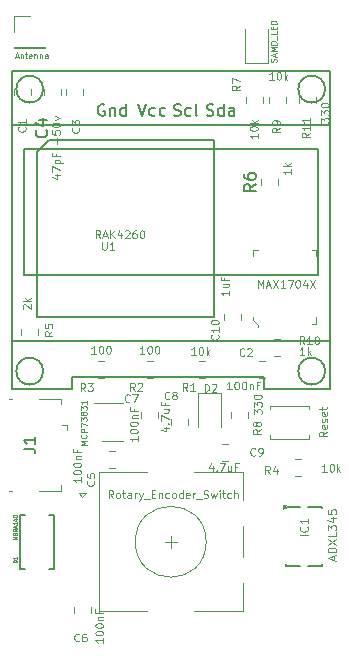
<source format=gbr>
G04 #@! TF.GenerationSoftware,KiCad,Pcbnew,(5.0.1)-4*
G04 #@! TF.CreationDate,2019-11-10T23:47:17+01:00*
G04 #@! TF.ProjectId,rak4260,72616B343236302E6B696361645F7063,0.3*
G04 #@! TF.SameCoordinates,Original*
G04 #@! TF.FileFunction,Legend,Top*
G04 #@! TF.FilePolarity,Positive*
%FSLAX46Y46*%
G04 Gerber Fmt 4.6, Leading zero omitted, Abs format (unit mm)*
G04 Created by KiCad (PCBNEW (5.0.1)-4) date 10/11/2019 23:47:17*
%MOMM*%
%LPD*%
G01*
G04 APERTURE LIST*
%ADD10C,0.150000*%
%ADD11C,0.120000*%
%ADD12C,0.203200*%
%ADD13C,0.100000*%
%ADD14C,0.050000*%
%ADD15C,0.070000*%
%ADD16C,0.080000*%
G04 APERTURE END LIST*
D10*
G04 #@! TO.C,U1*
X104140000Y-63500000D02*
X119140000Y-63500000D01*
X119140000Y-63500000D02*
X119140000Y-48500000D01*
X119140000Y-48500000D02*
X105140000Y-48500000D01*
X105140000Y-48500000D02*
X104140000Y-49500000D01*
X104140000Y-49500000D02*
X104140000Y-63500000D01*
X106100000Y-48510000D02*
X106100000Y-48380000D01*
D11*
G04 #@! TO.C,AE1*
X102175000Y-40700000D02*
X104835000Y-40700000D01*
X102175000Y-40640000D02*
X102175000Y-40700000D01*
X104835000Y-40640000D02*
X104835000Y-40700000D01*
X102175000Y-40640000D02*
X104835000Y-40640000D01*
X102175000Y-39370000D02*
X102175000Y-38040000D01*
X102175000Y-38040000D02*
X103505000Y-38040000D01*
G04 #@! TO.C,C1*
X102160000Y-44188748D02*
X102160000Y-44711252D01*
X103580000Y-44188748D02*
X103580000Y-44711252D01*
G04 #@! TO.C,C3*
X106120000Y-44188748D02*
X106120000Y-44711252D01*
X104700000Y-44188748D02*
X104700000Y-44711252D01*
G04 #@! TO.C,C4*
X106605000Y-44711252D02*
X106605000Y-44188748D01*
X108025000Y-44711252D02*
X108025000Y-44188748D01*
G04 #@! TO.C,J1*
X106156500Y-70395000D02*
X106156500Y-70845000D01*
X104306500Y-70395000D02*
X106156500Y-70395000D01*
X101756500Y-78195000D02*
X102006500Y-78195000D01*
X101756500Y-70395000D02*
X102006500Y-70395000D01*
X104306500Y-78195000D02*
X106156500Y-78195000D01*
X106156500Y-78195000D02*
X106156500Y-77745000D01*
X106706500Y-72595000D02*
X106706500Y-73045000D01*
X106706500Y-72595000D02*
X106256500Y-72595000D01*
G04 #@! TO.C,R1*
X117851422Y-67235000D02*
X118368578Y-67235000D01*
X117851422Y-68655000D02*
X118368578Y-68655000D01*
G04 #@! TO.C,R2*
X113923578Y-67235000D02*
X113406422Y-67235000D01*
X113923578Y-68655000D02*
X113406422Y-68655000D01*
G04 #@! TO.C,R3*
X109810578Y-68655000D02*
X109293422Y-68655000D01*
X109810578Y-67235000D02*
X109293422Y-67235000D01*
G04 #@! TO.C,SW1*
X123826000Y-73490000D02*
X123826000Y-73790000D01*
X123826000Y-73790000D02*
X127126000Y-73790000D01*
X127126000Y-73790000D02*
X127126000Y-73490000D01*
X123826000Y-71290000D02*
X123826000Y-70990000D01*
X123826000Y-70990000D02*
X127126000Y-70990000D01*
X127126000Y-70990000D02*
X127126000Y-71290000D01*
G04 #@! TO.C,SW2*
X114950000Y-82510000D02*
X115950000Y-82510000D01*
X115450000Y-82010000D02*
X115450000Y-83010000D01*
X121550000Y-86010000D02*
X121550000Y-88410000D01*
X121550000Y-81210000D02*
X121550000Y-83810000D01*
X121550000Y-76610000D02*
X121550000Y-79010000D01*
X108250000Y-78410000D02*
X107950000Y-78710000D01*
X107650000Y-78410000D02*
X108250000Y-78410000D01*
X107950000Y-78710000D02*
X107650000Y-78410000D01*
X109350000Y-76610000D02*
X109350000Y-88410000D01*
X113450000Y-76610000D02*
X109350000Y-76610000D01*
X113450000Y-88410000D02*
X109350000Y-88410000D01*
X121550000Y-88410000D02*
X117450000Y-88410000D01*
X117450000Y-76610000D02*
X121550000Y-76610000D01*
X118450000Y-82510000D02*
G75*
G03X118450000Y-82510000I-3000000J0D01*
G01*
G04 #@! TO.C,C2*
X122928748Y-67235000D02*
X123451252Y-67235000D01*
X122928748Y-68655000D02*
X123451252Y-68655000D01*
D10*
G04 #@! TO.C,LCD1*
X128905000Y-42672000D02*
X128905000Y-69596000D01*
X101981000Y-42672000D02*
X128905000Y-42672000D01*
X101981000Y-69596000D02*
X101981000Y-42672000D01*
X128516923Y-44196000D02*
G75*
G03X128516923Y-44196000I-1135923J0D01*
G01*
X104640923Y-44196000D02*
G75*
G03X104640923Y-44196000I-1135923J0D01*
G01*
X104640923Y-68072000D02*
G75*
G03X104640923Y-68072000I-1135923J0D01*
G01*
X128516923Y-68072000D02*
G75*
G03X128516923Y-68072000I-1135923J0D01*
G01*
X101981000Y-65532000D02*
X101981000Y-47244000D01*
X128905000Y-65532000D02*
X101981000Y-65532000D01*
X128905000Y-47244000D02*
X128905000Y-65532000D01*
X101981000Y-47244000D02*
X128905000Y-47244000D01*
X102997000Y-59944000D02*
X102997000Y-49276000D01*
X127889000Y-59944000D02*
X102997000Y-59944000D01*
X127889000Y-49276000D02*
X127889000Y-59944000D01*
X102997000Y-49276000D02*
X127889000Y-49276000D01*
X123317000Y-68580000D02*
X123317000Y-69596000D01*
X107061000Y-68580000D02*
X123317000Y-68580000D01*
X107061000Y-69596000D02*
X107061000Y-68580000D01*
X101981000Y-69596000D02*
X107061000Y-69596000D01*
X123317000Y-69596000D02*
X128905000Y-69596000D01*
D11*
G04 #@! TO.C,C5*
X110751252Y-74855000D02*
X110228748Y-74855000D01*
X110751252Y-76275000D02*
X110228748Y-76275000D01*
G04 #@! TO.C,C6*
X108660000Y-88003748D02*
X108660000Y-88526252D01*
X107240000Y-88003748D02*
X107240000Y-88526252D01*
G04 #@! TO.C,C7*
X112955000Y-72016252D02*
X112955000Y-71493748D01*
X114375000Y-72016252D02*
X114375000Y-71493748D01*
G04 #@! TO.C,C8*
X116915000Y-72651252D02*
X116915000Y-72128748D01*
X115495000Y-72651252D02*
X115495000Y-72128748D01*
G04 #@! TO.C,C9*
X119753748Y-75640000D02*
X120276252Y-75640000D01*
X119753748Y-74220000D02*
X120276252Y-74220000D01*
G04 #@! TO.C,C10*
X119940000Y-63761252D02*
X119940000Y-63238748D01*
X121360000Y-63761252D02*
X121360000Y-63238748D01*
D12*
G04 #@! TO.C,D1*
X103140000Y-84850000D02*
X102690000Y-84850000D01*
X102690000Y-84850000D02*
X102690000Y-80250000D01*
X102690000Y-80250000D02*
X103140000Y-80250000D01*
X105140000Y-80250000D02*
X105590000Y-80250000D01*
X105590000Y-80250000D02*
X105590000Y-84850000D01*
X105590000Y-84850000D02*
X105140000Y-84850000D01*
D11*
G04 #@! TO.C,R4*
X126496578Y-76910000D02*
X125979422Y-76910000D01*
X126496578Y-75490000D02*
X125979422Y-75490000D01*
G04 #@! TO.C,R5*
X104215000Y-65028578D02*
X104215000Y-64511422D01*
X102795000Y-65028578D02*
X102795000Y-64511422D01*
G04 #@! TO.C,R6*
X124535000Y-52328578D02*
X124535000Y-51811422D01*
X123115000Y-52328578D02*
X123115000Y-51811422D01*
G04 #@! TO.C,R7*
X121845000Y-45343578D02*
X121845000Y-44826422D01*
X123265000Y-45343578D02*
X123265000Y-44826422D01*
G04 #@! TO.C,R8*
X120575000Y-72013578D02*
X120575000Y-71496422D01*
X121995000Y-72013578D02*
X121995000Y-71496422D01*
G04 #@! TO.C,R9*
X125170000Y-45343578D02*
X125170000Y-44826422D01*
X123750000Y-45343578D02*
X123750000Y-44826422D01*
G04 #@! TO.C,R10*
X124201422Y-65330000D02*
X124718578Y-65330000D01*
X124201422Y-66750000D02*
X124718578Y-66750000D01*
G04 #@! TO.C,R11*
X127710000Y-45343578D02*
X127710000Y-44826422D01*
X126290000Y-45343578D02*
X126290000Y-44826422D01*
G04 #@! TO.C,U2*
X109590000Y-74000000D02*
X111390000Y-74000000D01*
X111390000Y-70780000D02*
X108940000Y-70780000D01*
D13*
G04 #@! TO.C,U3*
X122845000Y-64160000D02*
X122845000Y-64310000D01*
X122445000Y-63760000D02*
X122845000Y-64160000D01*
X122445000Y-63510000D02*
X122445000Y-63760000D01*
X122445000Y-57810000D02*
X122795000Y-57810000D01*
X122445000Y-58360000D02*
X122445000Y-57810000D01*
X127745000Y-57810000D02*
X127745000Y-58360000D01*
X127395000Y-57810000D02*
X127745000Y-57810000D01*
X127745000Y-64110000D02*
X127745000Y-63510000D01*
X127445000Y-64110000D02*
X127745000Y-64110000D01*
D11*
G04 #@! TO.C,D2*
X117785000Y-69895000D02*
X117785000Y-72755000D01*
X119705000Y-69895000D02*
X117785000Y-69895000D01*
X119705000Y-72755000D02*
X119705000Y-69895000D01*
G04 #@! TO.C,D3*
X121722000Y-39132000D02*
X121722000Y-41992000D01*
X121722000Y-41992000D02*
X123642000Y-41992000D01*
X123642000Y-41992000D02*
X123642000Y-39132000D01*
D10*
G04 #@! TO.C,IC1*
X125396000Y-79542000D02*
X126396000Y-79542000D01*
X125396000Y-79542000D02*
X125246000Y-79692000D01*
X125246000Y-84542000D02*
X125246000Y-84392000D01*
X128246000Y-84542000D02*
X128246000Y-84392000D01*
X128246000Y-84542000D02*
X127096000Y-84542000D01*
X125246000Y-84542000D02*
X126396000Y-84542000D01*
X128246000Y-79542000D02*
X128246000Y-79692000D01*
X128246000Y-79542000D02*
X127096000Y-79542000D01*
D14*
G36*
X125246000Y-79442000D02*
X124946000Y-79742000D01*
X124946000Y-79442000D01*
X125246000Y-79442000D01*
G37*
X125246000Y-79442000D02*
X124946000Y-79742000D01*
X124946000Y-79442000D01*
X125246000Y-79442000D01*
G04 #@! TO.C,U1*
D13*
X109637142Y-57138571D02*
X109637142Y-57672857D01*
X109668571Y-57735714D01*
X109700000Y-57767142D01*
X109762857Y-57798571D01*
X109888571Y-57798571D01*
X109951428Y-57767142D01*
X109982857Y-57735714D01*
X110014285Y-57672857D01*
X110014285Y-57138571D01*
X110674285Y-57798571D02*
X110297142Y-57798571D01*
X110485714Y-57798571D02*
X110485714Y-57138571D01*
X110422857Y-57232857D01*
X110360000Y-57295714D01*
X110297142Y-57327142D01*
X109474285Y-56798571D02*
X109254285Y-56484285D01*
X109097142Y-56798571D02*
X109097142Y-56138571D01*
X109348571Y-56138571D01*
X109411428Y-56170000D01*
X109442857Y-56201428D01*
X109474285Y-56264285D01*
X109474285Y-56358571D01*
X109442857Y-56421428D01*
X109411428Y-56452857D01*
X109348571Y-56484285D01*
X109097142Y-56484285D01*
X109725714Y-56610000D02*
X110040000Y-56610000D01*
X109662857Y-56798571D02*
X109882857Y-56138571D01*
X110102857Y-56798571D01*
X110322857Y-56798571D02*
X110322857Y-56138571D01*
X110700000Y-56798571D02*
X110417142Y-56421428D01*
X110700000Y-56138571D02*
X110322857Y-56515714D01*
X111265714Y-56358571D02*
X111265714Y-56798571D01*
X111108571Y-56107142D02*
X110951428Y-56578571D01*
X111360000Y-56578571D01*
X111580000Y-56201428D02*
X111611428Y-56170000D01*
X111674285Y-56138571D01*
X111831428Y-56138571D01*
X111894285Y-56170000D01*
X111925714Y-56201428D01*
X111957142Y-56264285D01*
X111957142Y-56327142D01*
X111925714Y-56421428D01*
X111548571Y-56798571D01*
X111957142Y-56798571D01*
X112522857Y-56138571D02*
X112397142Y-56138571D01*
X112334285Y-56170000D01*
X112302857Y-56201428D01*
X112240000Y-56295714D01*
X112208571Y-56421428D01*
X112208571Y-56672857D01*
X112240000Y-56735714D01*
X112271428Y-56767142D01*
X112334285Y-56798571D01*
X112460000Y-56798571D01*
X112522857Y-56767142D01*
X112554285Y-56735714D01*
X112585714Y-56672857D01*
X112585714Y-56515714D01*
X112554285Y-56452857D01*
X112522857Y-56421428D01*
X112460000Y-56390000D01*
X112334285Y-56390000D01*
X112271428Y-56421428D01*
X112240000Y-56452857D01*
X112208571Y-56515714D01*
X112994285Y-56138571D02*
X113057142Y-56138571D01*
X113120000Y-56170000D01*
X113151428Y-56201428D01*
X113182857Y-56264285D01*
X113214285Y-56390000D01*
X113214285Y-56547142D01*
X113182857Y-56672857D01*
X113151428Y-56735714D01*
X113120000Y-56767142D01*
X113057142Y-56798571D01*
X112994285Y-56798571D01*
X112931428Y-56767142D01*
X112900000Y-56735714D01*
X112868571Y-56672857D01*
X112837142Y-56547142D01*
X112837142Y-56390000D01*
X112868571Y-56264285D01*
X112900000Y-56201428D01*
X112931428Y-56170000D01*
X112994285Y-56138571D01*
G04 #@! TO.C,AE1*
D15*
X102276447Y-41434533D02*
X102514542Y-41434533D01*
X102228828Y-41577390D02*
X102395495Y-41077390D01*
X102562161Y-41577390D01*
X102728828Y-41244057D02*
X102728828Y-41577390D01*
X102728828Y-41291676D02*
X102752638Y-41267866D01*
X102800257Y-41244057D01*
X102871685Y-41244057D01*
X102919304Y-41267866D01*
X102943114Y-41315485D01*
X102943114Y-41577390D01*
X103109780Y-41244057D02*
X103300257Y-41244057D01*
X103181209Y-41077390D02*
X103181209Y-41505961D01*
X103205019Y-41553580D01*
X103252638Y-41577390D01*
X103300257Y-41577390D01*
X103657400Y-41553580D02*
X103609780Y-41577390D01*
X103514542Y-41577390D01*
X103466923Y-41553580D01*
X103443114Y-41505961D01*
X103443114Y-41315485D01*
X103466923Y-41267866D01*
X103514542Y-41244057D01*
X103609780Y-41244057D01*
X103657400Y-41267866D01*
X103681209Y-41315485D01*
X103681209Y-41363104D01*
X103443114Y-41410723D01*
X103895495Y-41244057D02*
X103895495Y-41577390D01*
X103895495Y-41291676D02*
X103919304Y-41267866D01*
X103966923Y-41244057D01*
X104038352Y-41244057D01*
X104085971Y-41267866D01*
X104109780Y-41315485D01*
X104109780Y-41577390D01*
X104347876Y-41244057D02*
X104347876Y-41577390D01*
X104347876Y-41291676D02*
X104371685Y-41267866D01*
X104419304Y-41244057D01*
X104490733Y-41244057D01*
X104538352Y-41267866D01*
X104562161Y-41315485D01*
X104562161Y-41577390D01*
X105014542Y-41577390D02*
X105014542Y-41315485D01*
X104990733Y-41267866D01*
X104943114Y-41244057D01*
X104847876Y-41244057D01*
X104800257Y-41267866D01*
X105014542Y-41553580D02*
X104966923Y-41577390D01*
X104847876Y-41577390D01*
X104800257Y-41553580D01*
X104776447Y-41505961D01*
X104776447Y-41458342D01*
X104800257Y-41410723D01*
X104847876Y-41386914D01*
X104966923Y-41386914D01*
X105014542Y-41363104D01*
G04 #@! TO.C,C1*
D13*
X103105714Y-47379400D02*
X103137142Y-47410828D01*
X103168571Y-47505114D01*
X103168571Y-47567971D01*
X103137142Y-47662257D01*
X103074285Y-47725114D01*
X103011428Y-47756542D01*
X102885714Y-47787971D01*
X102791428Y-47787971D01*
X102665714Y-47756542D01*
X102602857Y-47725114D01*
X102540000Y-47662257D01*
X102508571Y-47567971D01*
X102508571Y-47505114D01*
X102540000Y-47410828D01*
X102571428Y-47379400D01*
X103168571Y-46750828D02*
X103168571Y-47127971D01*
X103168571Y-46939400D02*
X102508571Y-46939400D01*
X102602857Y-47002257D01*
X102665714Y-47065114D01*
X102697142Y-47127971D01*
G04 #@! TO.C,C3*
X107652314Y-47455600D02*
X107683742Y-47487028D01*
X107715171Y-47581314D01*
X107715171Y-47644171D01*
X107683742Y-47738457D01*
X107620885Y-47801314D01*
X107558028Y-47832742D01*
X107432314Y-47864171D01*
X107338028Y-47864171D01*
X107212314Y-47832742D01*
X107149457Y-47801314D01*
X107086600Y-47738457D01*
X107055171Y-47644171D01*
X107055171Y-47581314D01*
X107086600Y-47487028D01*
X107118028Y-47455600D01*
X107055171Y-47235600D02*
X107055171Y-46827028D01*
X107306600Y-47047028D01*
X107306600Y-46952742D01*
X107338028Y-46889885D01*
X107369457Y-46858457D01*
X107432314Y-46827028D01*
X107589457Y-46827028D01*
X107652314Y-46858457D01*
X107683742Y-46889885D01*
X107715171Y-46952742D01*
X107715171Y-47141314D01*
X107683742Y-47204171D01*
X107652314Y-47235600D01*
D16*
X105624171Y-51459000D02*
X106064171Y-51459000D01*
X105372742Y-51616142D02*
X105844171Y-51773285D01*
X105844171Y-51364714D01*
X105404171Y-51176142D02*
X105404171Y-50736142D01*
X106064171Y-51019000D01*
X105624171Y-50484714D02*
X106284171Y-50484714D01*
X105655600Y-50484714D02*
X105624171Y-50421857D01*
X105624171Y-50296142D01*
X105655600Y-50233285D01*
X105687028Y-50201857D01*
X105749885Y-50170428D01*
X105938457Y-50170428D01*
X106001314Y-50201857D01*
X106032742Y-50233285D01*
X106064171Y-50296142D01*
X106064171Y-50421857D01*
X106032742Y-50484714D01*
X105718457Y-49667571D02*
X105718457Y-49887571D01*
X106064171Y-49887571D02*
X105404171Y-49887571D01*
X105404171Y-49573285D01*
X105812742Y-48819000D02*
X105812742Y-48316142D01*
X105404171Y-47687571D02*
X105404171Y-48001857D01*
X105718457Y-48033285D01*
X105687028Y-48001857D01*
X105655600Y-47939000D01*
X105655600Y-47781857D01*
X105687028Y-47719000D01*
X105718457Y-47687571D01*
X105781314Y-47656142D01*
X105938457Y-47656142D01*
X106001314Y-47687571D01*
X106032742Y-47719000D01*
X106064171Y-47781857D01*
X106064171Y-47939000D01*
X106032742Y-48001857D01*
X106001314Y-48033285D01*
X105404171Y-47247571D02*
X105404171Y-47184714D01*
X105435600Y-47121857D01*
X105467028Y-47090428D01*
X105529885Y-47059000D01*
X105655600Y-47027571D01*
X105812742Y-47027571D01*
X105938457Y-47059000D01*
X106001314Y-47090428D01*
X106032742Y-47121857D01*
X106064171Y-47184714D01*
X106064171Y-47247571D01*
X106032742Y-47310428D01*
X106001314Y-47341857D01*
X105938457Y-47373285D01*
X105812742Y-47404714D01*
X105655600Y-47404714D01*
X105529885Y-47373285D01*
X105467028Y-47341857D01*
X105435600Y-47310428D01*
X105404171Y-47247571D01*
X105624171Y-46807571D02*
X106064171Y-46650428D01*
X105624171Y-46493285D01*
G04 #@! TO.C,C4*
D10*
X104903542Y-47664666D02*
X104951161Y-47712285D01*
X104998780Y-47855142D01*
X104998780Y-47950380D01*
X104951161Y-48093238D01*
X104855923Y-48188476D01*
X104760685Y-48236095D01*
X104570209Y-48283714D01*
X104427352Y-48283714D01*
X104236876Y-48236095D01*
X104141638Y-48188476D01*
X104046400Y-48093238D01*
X103998780Y-47950380D01*
X103998780Y-47855142D01*
X104046400Y-47712285D01*
X104094019Y-47664666D01*
X104332114Y-46807523D02*
X104998780Y-46807523D01*
X103951161Y-47045619D02*
X104665447Y-47283714D01*
X104665447Y-46664666D01*
G04 #@! TO.C,J1*
X102982780Y-74653733D02*
X103697066Y-74653733D01*
X103839923Y-74701352D01*
X103935161Y-74796590D01*
X103982780Y-74939447D01*
X103982780Y-75034685D01*
X103982780Y-73653733D02*
X103982780Y-74225161D01*
X103982780Y-73939447D02*
X102982780Y-73939447D01*
X103125638Y-74034685D01*
X103220876Y-74129923D01*
X103268495Y-74225161D01*
G04 #@! TO.C,R1*
D13*
X116857000Y-69742171D02*
X116637000Y-69427885D01*
X116479857Y-69742171D02*
X116479857Y-69082171D01*
X116731285Y-69082171D01*
X116794142Y-69113600D01*
X116825571Y-69145028D01*
X116857000Y-69207885D01*
X116857000Y-69302171D01*
X116825571Y-69365028D01*
X116794142Y-69396457D01*
X116731285Y-69427885D01*
X116479857Y-69427885D01*
X117485571Y-69742171D02*
X117108428Y-69742171D01*
X117297000Y-69742171D02*
X117297000Y-69082171D01*
X117234142Y-69176457D01*
X117171285Y-69239314D01*
X117108428Y-69270742D01*
X117564742Y-66694171D02*
X117187600Y-66694171D01*
X117376171Y-66694171D02*
X117376171Y-66034171D01*
X117313314Y-66128457D01*
X117250457Y-66191314D01*
X117187600Y-66222742D01*
X117973314Y-66034171D02*
X118036171Y-66034171D01*
X118099028Y-66065600D01*
X118130457Y-66097028D01*
X118161885Y-66159885D01*
X118193314Y-66285600D01*
X118193314Y-66442742D01*
X118161885Y-66568457D01*
X118130457Y-66631314D01*
X118099028Y-66662742D01*
X118036171Y-66694171D01*
X117973314Y-66694171D01*
X117910457Y-66662742D01*
X117879028Y-66631314D01*
X117847600Y-66568457D01*
X117816171Y-66442742D01*
X117816171Y-66285600D01*
X117847600Y-66159885D01*
X117879028Y-66097028D01*
X117910457Y-66065600D01*
X117973314Y-66034171D01*
X118476171Y-66694171D02*
X118476171Y-66034171D01*
X118539028Y-66442742D02*
X118727600Y-66694171D01*
X118727600Y-66254171D02*
X118476171Y-66505600D01*
G04 #@! TO.C,R2*
X112412000Y-69716771D02*
X112192000Y-69402485D01*
X112034857Y-69716771D02*
X112034857Y-69056771D01*
X112286285Y-69056771D01*
X112349142Y-69088200D01*
X112380571Y-69119628D01*
X112412000Y-69182485D01*
X112412000Y-69276771D01*
X112380571Y-69339628D01*
X112349142Y-69371057D01*
X112286285Y-69402485D01*
X112034857Y-69402485D01*
X112663428Y-69119628D02*
X112694857Y-69088200D01*
X112757714Y-69056771D01*
X112914857Y-69056771D01*
X112977714Y-69088200D01*
X113009142Y-69119628D01*
X113040571Y-69182485D01*
X113040571Y-69245342D01*
X113009142Y-69339628D01*
X112632000Y-69716771D01*
X113040571Y-69716771D01*
X113225000Y-66593571D02*
X112847857Y-66593571D01*
X113036428Y-66593571D02*
X113036428Y-65933571D01*
X112973571Y-66027857D01*
X112910714Y-66090714D01*
X112847857Y-66122142D01*
X113633571Y-65933571D02*
X113696428Y-65933571D01*
X113759285Y-65965000D01*
X113790714Y-65996428D01*
X113822142Y-66059285D01*
X113853571Y-66185000D01*
X113853571Y-66342142D01*
X113822142Y-66467857D01*
X113790714Y-66530714D01*
X113759285Y-66562142D01*
X113696428Y-66593571D01*
X113633571Y-66593571D01*
X113570714Y-66562142D01*
X113539285Y-66530714D01*
X113507857Y-66467857D01*
X113476428Y-66342142D01*
X113476428Y-66185000D01*
X113507857Y-66059285D01*
X113539285Y-65996428D01*
X113570714Y-65965000D01*
X113633571Y-65933571D01*
X114262142Y-65933571D02*
X114325000Y-65933571D01*
X114387857Y-65965000D01*
X114419285Y-65996428D01*
X114450714Y-66059285D01*
X114482142Y-66185000D01*
X114482142Y-66342142D01*
X114450714Y-66467857D01*
X114419285Y-66530714D01*
X114387857Y-66562142D01*
X114325000Y-66593571D01*
X114262142Y-66593571D01*
X114199285Y-66562142D01*
X114167857Y-66530714D01*
X114136428Y-66467857D01*
X114105000Y-66342142D01*
X114105000Y-66185000D01*
X114136428Y-66059285D01*
X114167857Y-65996428D01*
X114199285Y-65965000D01*
X114262142Y-65933571D01*
G04 #@! TO.C,R3*
X108195600Y-69767571D02*
X107975600Y-69453285D01*
X107818457Y-69767571D02*
X107818457Y-69107571D01*
X108069885Y-69107571D01*
X108132742Y-69139000D01*
X108164171Y-69170428D01*
X108195600Y-69233285D01*
X108195600Y-69327571D01*
X108164171Y-69390428D01*
X108132742Y-69421857D01*
X108069885Y-69453285D01*
X107818457Y-69453285D01*
X108415600Y-69107571D02*
X108824171Y-69107571D01*
X108604171Y-69359000D01*
X108698457Y-69359000D01*
X108761314Y-69390428D01*
X108792742Y-69421857D01*
X108824171Y-69484714D01*
X108824171Y-69641857D01*
X108792742Y-69704714D01*
X108761314Y-69736142D01*
X108698457Y-69767571D01*
X108509885Y-69767571D01*
X108447028Y-69736142D01*
X108415600Y-69704714D01*
X109112000Y-66593571D02*
X108734857Y-66593571D01*
X108923428Y-66593571D02*
X108923428Y-65933571D01*
X108860571Y-66027857D01*
X108797714Y-66090714D01*
X108734857Y-66122142D01*
X109520571Y-65933571D02*
X109583428Y-65933571D01*
X109646285Y-65965000D01*
X109677714Y-65996428D01*
X109709142Y-66059285D01*
X109740571Y-66185000D01*
X109740571Y-66342142D01*
X109709142Y-66467857D01*
X109677714Y-66530714D01*
X109646285Y-66562142D01*
X109583428Y-66593571D01*
X109520571Y-66593571D01*
X109457714Y-66562142D01*
X109426285Y-66530714D01*
X109394857Y-66467857D01*
X109363428Y-66342142D01*
X109363428Y-66185000D01*
X109394857Y-66059285D01*
X109426285Y-65996428D01*
X109457714Y-65965000D01*
X109520571Y-65933571D01*
X110149142Y-65933571D02*
X110212000Y-65933571D01*
X110274857Y-65965000D01*
X110306285Y-65996428D01*
X110337714Y-66059285D01*
X110369142Y-66185000D01*
X110369142Y-66342142D01*
X110337714Y-66467857D01*
X110306285Y-66530714D01*
X110274857Y-66562142D01*
X110212000Y-66593571D01*
X110149142Y-66593571D01*
X110086285Y-66562142D01*
X110054857Y-66530714D01*
X110023428Y-66467857D01*
X109992000Y-66342142D01*
X109992000Y-66185000D01*
X110023428Y-66059285D01*
X110054857Y-65996428D01*
X110086285Y-65965000D01*
X110149142Y-65933571D01*
G04 #@! TO.C,SW1*
X128695571Y-73181742D02*
X128381285Y-73401742D01*
X128695571Y-73558885D02*
X128035571Y-73558885D01*
X128035571Y-73307457D01*
X128067000Y-73244600D01*
X128098428Y-73213171D01*
X128161285Y-73181742D01*
X128255571Y-73181742D01*
X128318428Y-73213171D01*
X128349857Y-73244600D01*
X128381285Y-73307457D01*
X128381285Y-73558885D01*
X128664142Y-72647457D02*
X128695571Y-72710314D01*
X128695571Y-72836028D01*
X128664142Y-72898885D01*
X128601285Y-72930314D01*
X128349857Y-72930314D01*
X128287000Y-72898885D01*
X128255571Y-72836028D01*
X128255571Y-72710314D01*
X128287000Y-72647457D01*
X128349857Y-72616028D01*
X128412714Y-72616028D01*
X128475571Y-72930314D01*
X128664142Y-72364600D02*
X128695571Y-72301742D01*
X128695571Y-72176028D01*
X128664142Y-72113171D01*
X128601285Y-72081742D01*
X128569857Y-72081742D01*
X128507000Y-72113171D01*
X128475571Y-72176028D01*
X128475571Y-72270314D01*
X128444142Y-72333171D01*
X128381285Y-72364600D01*
X128349857Y-72364600D01*
X128287000Y-72333171D01*
X128255571Y-72270314D01*
X128255571Y-72176028D01*
X128287000Y-72113171D01*
X128664142Y-71547457D02*
X128695571Y-71610314D01*
X128695571Y-71736028D01*
X128664142Y-71798885D01*
X128601285Y-71830314D01*
X128349857Y-71830314D01*
X128287000Y-71798885D01*
X128255571Y-71736028D01*
X128255571Y-71610314D01*
X128287000Y-71547457D01*
X128349857Y-71516028D01*
X128412714Y-71516028D01*
X128475571Y-71830314D01*
X128255571Y-71327457D02*
X128255571Y-71076028D01*
X128035571Y-71233171D02*
X128601285Y-71233171D01*
X128664142Y-71201742D01*
X128695571Y-71138885D01*
X128695571Y-71076028D01*
G04 #@! TO.C,SW2*
X110558571Y-78808571D02*
X110338571Y-78494285D01*
X110181428Y-78808571D02*
X110181428Y-78148571D01*
X110432857Y-78148571D01*
X110495714Y-78180000D01*
X110527142Y-78211428D01*
X110558571Y-78274285D01*
X110558571Y-78368571D01*
X110527142Y-78431428D01*
X110495714Y-78462857D01*
X110432857Y-78494285D01*
X110181428Y-78494285D01*
X110935714Y-78808571D02*
X110872857Y-78777142D01*
X110841428Y-78745714D01*
X110810000Y-78682857D01*
X110810000Y-78494285D01*
X110841428Y-78431428D01*
X110872857Y-78400000D01*
X110935714Y-78368571D01*
X111030000Y-78368571D01*
X111092857Y-78400000D01*
X111124285Y-78431428D01*
X111155714Y-78494285D01*
X111155714Y-78682857D01*
X111124285Y-78745714D01*
X111092857Y-78777142D01*
X111030000Y-78808571D01*
X110935714Y-78808571D01*
X111344285Y-78368571D02*
X111595714Y-78368571D01*
X111438571Y-78148571D02*
X111438571Y-78714285D01*
X111470000Y-78777142D01*
X111532857Y-78808571D01*
X111595714Y-78808571D01*
X112098571Y-78808571D02*
X112098571Y-78462857D01*
X112067142Y-78400000D01*
X112004285Y-78368571D01*
X111878571Y-78368571D01*
X111815714Y-78400000D01*
X112098571Y-78777142D02*
X112035714Y-78808571D01*
X111878571Y-78808571D01*
X111815714Y-78777142D01*
X111784285Y-78714285D01*
X111784285Y-78651428D01*
X111815714Y-78588571D01*
X111878571Y-78557142D01*
X112035714Y-78557142D01*
X112098571Y-78525714D01*
X112412857Y-78808571D02*
X112412857Y-78368571D01*
X112412857Y-78494285D02*
X112444285Y-78431428D01*
X112475714Y-78400000D01*
X112538571Y-78368571D01*
X112601428Y-78368571D01*
X112758571Y-78368571D02*
X112915714Y-78808571D01*
X113072857Y-78368571D02*
X112915714Y-78808571D01*
X112852857Y-78965714D01*
X112821428Y-78997142D01*
X112758571Y-79028571D01*
X113167142Y-78871428D02*
X113670000Y-78871428D01*
X113827142Y-78462857D02*
X114047142Y-78462857D01*
X114141428Y-78808571D02*
X113827142Y-78808571D01*
X113827142Y-78148571D01*
X114141428Y-78148571D01*
X114424285Y-78368571D02*
X114424285Y-78808571D01*
X114424285Y-78431428D02*
X114455714Y-78400000D01*
X114518571Y-78368571D01*
X114612857Y-78368571D01*
X114675714Y-78400000D01*
X114707142Y-78462857D01*
X114707142Y-78808571D01*
X115304285Y-78777142D02*
X115241428Y-78808571D01*
X115115714Y-78808571D01*
X115052857Y-78777142D01*
X115021428Y-78745714D01*
X114990000Y-78682857D01*
X114990000Y-78494285D01*
X115021428Y-78431428D01*
X115052857Y-78400000D01*
X115115714Y-78368571D01*
X115241428Y-78368571D01*
X115304285Y-78400000D01*
X115681428Y-78808571D02*
X115618571Y-78777142D01*
X115587142Y-78745714D01*
X115555714Y-78682857D01*
X115555714Y-78494285D01*
X115587142Y-78431428D01*
X115618571Y-78400000D01*
X115681428Y-78368571D01*
X115775714Y-78368571D01*
X115838571Y-78400000D01*
X115870000Y-78431428D01*
X115901428Y-78494285D01*
X115901428Y-78682857D01*
X115870000Y-78745714D01*
X115838571Y-78777142D01*
X115775714Y-78808571D01*
X115681428Y-78808571D01*
X116467142Y-78808571D02*
X116467142Y-78148571D01*
X116467142Y-78777142D02*
X116404285Y-78808571D01*
X116278571Y-78808571D01*
X116215714Y-78777142D01*
X116184285Y-78745714D01*
X116152857Y-78682857D01*
X116152857Y-78494285D01*
X116184285Y-78431428D01*
X116215714Y-78400000D01*
X116278571Y-78368571D01*
X116404285Y-78368571D01*
X116467142Y-78400000D01*
X117032857Y-78777142D02*
X116970000Y-78808571D01*
X116844285Y-78808571D01*
X116781428Y-78777142D01*
X116750000Y-78714285D01*
X116750000Y-78462857D01*
X116781428Y-78400000D01*
X116844285Y-78368571D01*
X116970000Y-78368571D01*
X117032857Y-78400000D01*
X117064285Y-78462857D01*
X117064285Y-78525714D01*
X116750000Y-78588571D01*
X117347142Y-78808571D02*
X117347142Y-78368571D01*
X117347142Y-78494285D02*
X117378571Y-78431428D01*
X117410000Y-78400000D01*
X117472857Y-78368571D01*
X117535714Y-78368571D01*
X117598571Y-78871428D02*
X118101428Y-78871428D01*
X118227142Y-78777142D02*
X118321428Y-78808571D01*
X118478571Y-78808571D01*
X118541428Y-78777142D01*
X118572857Y-78745714D01*
X118604285Y-78682857D01*
X118604285Y-78620000D01*
X118572857Y-78557142D01*
X118541428Y-78525714D01*
X118478571Y-78494285D01*
X118352857Y-78462857D01*
X118290000Y-78431428D01*
X118258571Y-78400000D01*
X118227142Y-78337142D01*
X118227142Y-78274285D01*
X118258571Y-78211428D01*
X118290000Y-78180000D01*
X118352857Y-78148571D01*
X118510000Y-78148571D01*
X118604285Y-78180000D01*
X118824285Y-78368571D02*
X118950000Y-78808571D01*
X119075714Y-78494285D01*
X119201428Y-78808571D01*
X119327142Y-78368571D01*
X119578571Y-78808571D02*
X119578571Y-78368571D01*
X119578571Y-78148571D02*
X119547142Y-78180000D01*
X119578571Y-78211428D01*
X119610000Y-78180000D01*
X119578571Y-78148571D01*
X119578571Y-78211428D01*
X119798571Y-78368571D02*
X120050000Y-78368571D01*
X119892857Y-78148571D02*
X119892857Y-78714285D01*
X119924285Y-78777142D01*
X119987142Y-78808571D01*
X120050000Y-78808571D01*
X120552857Y-78777142D02*
X120490000Y-78808571D01*
X120364285Y-78808571D01*
X120301428Y-78777142D01*
X120270000Y-78745714D01*
X120238571Y-78682857D01*
X120238571Y-78494285D01*
X120270000Y-78431428D01*
X120301428Y-78400000D01*
X120364285Y-78368571D01*
X120490000Y-78368571D01*
X120552857Y-78400000D01*
X120835714Y-78808571D02*
X120835714Y-78148571D01*
X121118571Y-78808571D02*
X121118571Y-78462857D01*
X121087142Y-78400000D01*
X121024285Y-78368571D01*
X120930000Y-78368571D01*
X120867142Y-78400000D01*
X120835714Y-78431428D01*
G04 #@! TO.C,C2*
X121683000Y-66732914D02*
X121651571Y-66764342D01*
X121557285Y-66795771D01*
X121494428Y-66795771D01*
X121400142Y-66764342D01*
X121337285Y-66701485D01*
X121305857Y-66638628D01*
X121274428Y-66512914D01*
X121274428Y-66418628D01*
X121305857Y-66292914D01*
X121337285Y-66230057D01*
X121400142Y-66167200D01*
X121494428Y-66135771D01*
X121557285Y-66135771D01*
X121651571Y-66167200D01*
X121683000Y-66198628D01*
X121934428Y-66198628D02*
X121965857Y-66167200D01*
X122028714Y-66135771D01*
X122185857Y-66135771D01*
X122248714Y-66167200D01*
X122280142Y-66198628D01*
X122311571Y-66261485D01*
X122311571Y-66324342D01*
X122280142Y-66418628D01*
X121903000Y-66795771D01*
X122311571Y-66795771D01*
X120593771Y-69615171D02*
X120216628Y-69615171D01*
X120405200Y-69615171D02*
X120405200Y-68955171D01*
X120342342Y-69049457D01*
X120279485Y-69112314D01*
X120216628Y-69143742D01*
X121002342Y-68955171D02*
X121065200Y-68955171D01*
X121128057Y-68986600D01*
X121159485Y-69018028D01*
X121190914Y-69080885D01*
X121222342Y-69206600D01*
X121222342Y-69363742D01*
X121190914Y-69489457D01*
X121159485Y-69552314D01*
X121128057Y-69583742D01*
X121065200Y-69615171D01*
X121002342Y-69615171D01*
X120939485Y-69583742D01*
X120908057Y-69552314D01*
X120876628Y-69489457D01*
X120845200Y-69363742D01*
X120845200Y-69206600D01*
X120876628Y-69080885D01*
X120908057Y-69018028D01*
X120939485Y-68986600D01*
X121002342Y-68955171D01*
X121630914Y-68955171D02*
X121693771Y-68955171D01*
X121756628Y-68986600D01*
X121788057Y-69018028D01*
X121819485Y-69080885D01*
X121850914Y-69206600D01*
X121850914Y-69363742D01*
X121819485Y-69489457D01*
X121788057Y-69552314D01*
X121756628Y-69583742D01*
X121693771Y-69615171D01*
X121630914Y-69615171D01*
X121568057Y-69583742D01*
X121536628Y-69552314D01*
X121505200Y-69489457D01*
X121473771Y-69363742D01*
X121473771Y-69206600D01*
X121505200Y-69080885D01*
X121536628Y-69018028D01*
X121568057Y-68986600D01*
X121630914Y-68955171D01*
X122133771Y-69175171D02*
X122133771Y-69615171D01*
X122133771Y-69238028D02*
X122165200Y-69206600D01*
X122228057Y-69175171D01*
X122322342Y-69175171D01*
X122385200Y-69206600D01*
X122416628Y-69269457D01*
X122416628Y-69615171D01*
X122950914Y-69269457D02*
X122730914Y-69269457D01*
X122730914Y-69615171D02*
X122730914Y-68955171D01*
X123045200Y-68955171D01*
G04 #@! TO.C,LCD1*
D10*
X109838142Y-45496000D02*
X109742904Y-45448380D01*
X109600047Y-45448380D01*
X109457190Y-45496000D01*
X109361952Y-45591238D01*
X109314333Y-45686476D01*
X109266714Y-45876952D01*
X109266714Y-46019809D01*
X109314333Y-46210285D01*
X109361952Y-46305523D01*
X109457190Y-46400761D01*
X109600047Y-46448380D01*
X109695285Y-46448380D01*
X109838142Y-46400761D01*
X109885761Y-46353142D01*
X109885761Y-46019809D01*
X109695285Y-46019809D01*
X110314333Y-45781714D02*
X110314333Y-46448380D01*
X110314333Y-45876952D02*
X110361952Y-45829333D01*
X110457190Y-45781714D01*
X110600047Y-45781714D01*
X110695285Y-45829333D01*
X110742904Y-45924571D01*
X110742904Y-46448380D01*
X111647666Y-46448380D02*
X111647666Y-45448380D01*
X111647666Y-46400761D02*
X111552428Y-46448380D01*
X111361952Y-46448380D01*
X111266714Y-46400761D01*
X111219095Y-46353142D01*
X111171476Y-46257904D01*
X111171476Y-45972190D01*
X111219095Y-45876952D01*
X111266714Y-45829333D01*
X111361952Y-45781714D01*
X111552428Y-45781714D01*
X111647666Y-45829333D01*
X112690523Y-45448380D02*
X113023857Y-46448380D01*
X113357190Y-45448380D01*
X114119095Y-46400761D02*
X114023857Y-46448380D01*
X113833380Y-46448380D01*
X113738142Y-46400761D01*
X113690523Y-46353142D01*
X113642904Y-46257904D01*
X113642904Y-45972190D01*
X113690523Y-45876952D01*
X113738142Y-45829333D01*
X113833380Y-45781714D01*
X114023857Y-45781714D01*
X114119095Y-45829333D01*
X114976238Y-46400761D02*
X114881000Y-46448380D01*
X114690523Y-46448380D01*
X114595285Y-46400761D01*
X114547666Y-46353142D01*
X114500047Y-46257904D01*
X114500047Y-45972190D01*
X114547666Y-45876952D01*
X114595285Y-45829333D01*
X114690523Y-45781714D01*
X114881000Y-45781714D01*
X114976238Y-45829333D01*
X115704809Y-46400761D02*
X115847666Y-46448380D01*
X116085761Y-46448380D01*
X116181000Y-46400761D01*
X116228619Y-46353142D01*
X116276238Y-46257904D01*
X116276238Y-46162666D01*
X116228619Y-46067428D01*
X116181000Y-46019809D01*
X116085761Y-45972190D01*
X115895285Y-45924571D01*
X115800047Y-45876952D01*
X115752428Y-45829333D01*
X115704809Y-45734095D01*
X115704809Y-45638857D01*
X115752428Y-45543619D01*
X115800047Y-45496000D01*
X115895285Y-45448380D01*
X116133380Y-45448380D01*
X116276238Y-45496000D01*
X117133380Y-46400761D02*
X117038142Y-46448380D01*
X116847666Y-46448380D01*
X116752428Y-46400761D01*
X116704809Y-46353142D01*
X116657190Y-46257904D01*
X116657190Y-45972190D01*
X116704809Y-45876952D01*
X116752428Y-45829333D01*
X116847666Y-45781714D01*
X117038142Y-45781714D01*
X117133380Y-45829333D01*
X117704809Y-46448380D02*
X117609571Y-46400761D01*
X117561952Y-46305523D01*
X117561952Y-45448380D01*
X118490523Y-46400761D02*
X118633380Y-46448380D01*
X118871476Y-46448380D01*
X118966714Y-46400761D01*
X119014333Y-46353142D01*
X119061952Y-46257904D01*
X119061952Y-46162666D01*
X119014333Y-46067428D01*
X118966714Y-46019809D01*
X118871476Y-45972190D01*
X118681000Y-45924571D01*
X118585761Y-45876952D01*
X118538142Y-45829333D01*
X118490523Y-45734095D01*
X118490523Y-45638857D01*
X118538142Y-45543619D01*
X118585761Y-45496000D01*
X118681000Y-45448380D01*
X118919095Y-45448380D01*
X119061952Y-45496000D01*
X119919095Y-46448380D02*
X119919095Y-45448380D01*
X119919095Y-46400761D02*
X119823857Y-46448380D01*
X119633380Y-46448380D01*
X119538142Y-46400761D01*
X119490523Y-46353142D01*
X119442904Y-46257904D01*
X119442904Y-45972190D01*
X119490523Y-45876952D01*
X119538142Y-45829333D01*
X119633380Y-45781714D01*
X119823857Y-45781714D01*
X119919095Y-45829333D01*
X120823857Y-46448380D02*
X120823857Y-45924571D01*
X120776238Y-45829333D01*
X120681000Y-45781714D01*
X120490523Y-45781714D01*
X120395285Y-45829333D01*
X120823857Y-46400761D02*
X120728619Y-46448380D01*
X120490523Y-46448380D01*
X120395285Y-46400761D01*
X120347666Y-46305523D01*
X120347666Y-46210285D01*
X120395285Y-46115047D01*
X120490523Y-46067428D01*
X120728619Y-46067428D01*
X120823857Y-46019809D01*
G04 #@! TO.C,C5*
D13*
X108922314Y-77351400D02*
X108953742Y-77382828D01*
X108985171Y-77477114D01*
X108985171Y-77539971D01*
X108953742Y-77634257D01*
X108890885Y-77697114D01*
X108828028Y-77728542D01*
X108702314Y-77759971D01*
X108608028Y-77759971D01*
X108482314Y-77728542D01*
X108419457Y-77697114D01*
X108356600Y-77634257D01*
X108325171Y-77539971D01*
X108325171Y-77477114D01*
X108356600Y-77382828D01*
X108388028Y-77351400D01*
X108325171Y-76754257D02*
X108325171Y-77068542D01*
X108639457Y-77099971D01*
X108608028Y-77068542D01*
X108576600Y-77005685D01*
X108576600Y-76848542D01*
X108608028Y-76785685D01*
X108639457Y-76754257D01*
X108702314Y-76722828D01*
X108859457Y-76722828D01*
X108922314Y-76754257D01*
X108953742Y-76785685D01*
X108985171Y-76848542D01*
X108985171Y-77005685D01*
X108953742Y-77068542D01*
X108922314Y-77099971D01*
X107867571Y-77069028D02*
X107867571Y-77446171D01*
X107867571Y-77257600D02*
X107207571Y-77257600D01*
X107301857Y-77320457D01*
X107364714Y-77383314D01*
X107396142Y-77446171D01*
X107207571Y-76660457D02*
X107207571Y-76597600D01*
X107239000Y-76534742D01*
X107270428Y-76503314D01*
X107333285Y-76471885D01*
X107459000Y-76440457D01*
X107616142Y-76440457D01*
X107741857Y-76471885D01*
X107804714Y-76503314D01*
X107836142Y-76534742D01*
X107867571Y-76597600D01*
X107867571Y-76660457D01*
X107836142Y-76723314D01*
X107804714Y-76754742D01*
X107741857Y-76786171D01*
X107616142Y-76817600D01*
X107459000Y-76817600D01*
X107333285Y-76786171D01*
X107270428Y-76754742D01*
X107239000Y-76723314D01*
X107207571Y-76660457D01*
X107207571Y-76031885D02*
X107207571Y-75969028D01*
X107239000Y-75906171D01*
X107270428Y-75874742D01*
X107333285Y-75843314D01*
X107459000Y-75811885D01*
X107616142Y-75811885D01*
X107741857Y-75843314D01*
X107804714Y-75874742D01*
X107836142Y-75906171D01*
X107867571Y-75969028D01*
X107867571Y-76031885D01*
X107836142Y-76094742D01*
X107804714Y-76126171D01*
X107741857Y-76157600D01*
X107616142Y-76189028D01*
X107459000Y-76189028D01*
X107333285Y-76157600D01*
X107270428Y-76126171D01*
X107239000Y-76094742D01*
X107207571Y-76031885D01*
X107427571Y-75529028D02*
X107867571Y-75529028D01*
X107490428Y-75529028D02*
X107459000Y-75497600D01*
X107427571Y-75434742D01*
X107427571Y-75340457D01*
X107459000Y-75277600D01*
X107521857Y-75246171D01*
X107867571Y-75246171D01*
X107521857Y-74711885D02*
X107521857Y-74931885D01*
X107867571Y-74931885D02*
X107207571Y-74931885D01*
X107207571Y-74617600D01*
G04 #@! TO.C,C6*
X107687600Y-90888314D02*
X107656171Y-90919742D01*
X107561885Y-90951171D01*
X107499028Y-90951171D01*
X107404742Y-90919742D01*
X107341885Y-90856885D01*
X107310457Y-90794028D01*
X107279028Y-90668314D01*
X107279028Y-90574028D01*
X107310457Y-90448314D01*
X107341885Y-90385457D01*
X107404742Y-90322600D01*
X107499028Y-90291171D01*
X107561885Y-90291171D01*
X107656171Y-90322600D01*
X107687600Y-90354028D01*
X108253314Y-90291171D02*
X108127600Y-90291171D01*
X108064742Y-90322600D01*
X108033314Y-90354028D01*
X107970457Y-90448314D01*
X107939028Y-90574028D01*
X107939028Y-90825457D01*
X107970457Y-90888314D01*
X108001885Y-90919742D01*
X108064742Y-90951171D01*
X108190457Y-90951171D01*
X108253314Y-90919742D01*
X108284742Y-90888314D01*
X108316171Y-90825457D01*
X108316171Y-90668314D01*
X108284742Y-90605457D01*
X108253314Y-90574028D01*
X108190457Y-90542600D01*
X108064742Y-90542600D01*
X108001885Y-90574028D01*
X107970457Y-90605457D01*
X107939028Y-90668314D01*
X109721771Y-90683428D02*
X109721771Y-91060571D01*
X109721771Y-90872000D02*
X109061771Y-90872000D01*
X109156057Y-90934857D01*
X109218914Y-90997714D01*
X109250342Y-91060571D01*
X109061771Y-90274857D02*
X109061771Y-90212000D01*
X109093200Y-90149142D01*
X109124628Y-90117714D01*
X109187485Y-90086285D01*
X109313200Y-90054857D01*
X109470342Y-90054857D01*
X109596057Y-90086285D01*
X109658914Y-90117714D01*
X109690342Y-90149142D01*
X109721771Y-90212000D01*
X109721771Y-90274857D01*
X109690342Y-90337714D01*
X109658914Y-90369142D01*
X109596057Y-90400571D01*
X109470342Y-90432000D01*
X109313200Y-90432000D01*
X109187485Y-90400571D01*
X109124628Y-90369142D01*
X109093200Y-90337714D01*
X109061771Y-90274857D01*
X109061771Y-89646285D02*
X109061771Y-89583428D01*
X109093200Y-89520571D01*
X109124628Y-89489142D01*
X109187485Y-89457714D01*
X109313200Y-89426285D01*
X109470342Y-89426285D01*
X109596057Y-89457714D01*
X109658914Y-89489142D01*
X109690342Y-89520571D01*
X109721771Y-89583428D01*
X109721771Y-89646285D01*
X109690342Y-89709142D01*
X109658914Y-89740571D01*
X109596057Y-89772000D01*
X109470342Y-89803428D01*
X109313200Y-89803428D01*
X109187485Y-89772000D01*
X109124628Y-89740571D01*
X109093200Y-89709142D01*
X109061771Y-89646285D01*
X109281771Y-89143428D02*
X109721771Y-89143428D01*
X109344628Y-89143428D02*
X109313200Y-89112000D01*
X109281771Y-89049142D01*
X109281771Y-88954857D01*
X109313200Y-88892000D01*
X109376057Y-88860571D01*
X109721771Y-88860571D01*
X109376057Y-88326285D02*
X109376057Y-88546285D01*
X109721771Y-88546285D02*
X109061771Y-88546285D01*
X109061771Y-88232000D01*
G04 #@! TO.C,C7*
X111980200Y-70619114D02*
X111948771Y-70650542D01*
X111854485Y-70681971D01*
X111791628Y-70681971D01*
X111697342Y-70650542D01*
X111634485Y-70587685D01*
X111603057Y-70524828D01*
X111571628Y-70399114D01*
X111571628Y-70304828D01*
X111603057Y-70179114D01*
X111634485Y-70116257D01*
X111697342Y-70053400D01*
X111791628Y-70021971D01*
X111854485Y-70021971D01*
X111948771Y-70053400D01*
X111980200Y-70084828D01*
X112200200Y-70021971D02*
X112640200Y-70021971D01*
X112357342Y-70681971D01*
X112642771Y-73589228D02*
X112642771Y-73966371D01*
X112642771Y-73777800D02*
X111982771Y-73777800D01*
X112077057Y-73840657D01*
X112139914Y-73903514D01*
X112171342Y-73966371D01*
X111982771Y-73180657D02*
X111982771Y-73117800D01*
X112014200Y-73054942D01*
X112045628Y-73023514D01*
X112108485Y-72992085D01*
X112234200Y-72960657D01*
X112391342Y-72960657D01*
X112517057Y-72992085D01*
X112579914Y-73023514D01*
X112611342Y-73054942D01*
X112642771Y-73117800D01*
X112642771Y-73180657D01*
X112611342Y-73243514D01*
X112579914Y-73274942D01*
X112517057Y-73306371D01*
X112391342Y-73337800D01*
X112234200Y-73337800D01*
X112108485Y-73306371D01*
X112045628Y-73274942D01*
X112014200Y-73243514D01*
X111982771Y-73180657D01*
X111982771Y-72552085D02*
X111982771Y-72489228D01*
X112014200Y-72426371D01*
X112045628Y-72394942D01*
X112108485Y-72363514D01*
X112234200Y-72332085D01*
X112391342Y-72332085D01*
X112517057Y-72363514D01*
X112579914Y-72394942D01*
X112611342Y-72426371D01*
X112642771Y-72489228D01*
X112642771Y-72552085D01*
X112611342Y-72614942D01*
X112579914Y-72646371D01*
X112517057Y-72677800D01*
X112391342Y-72709228D01*
X112234200Y-72709228D01*
X112108485Y-72677800D01*
X112045628Y-72646371D01*
X112014200Y-72614942D01*
X111982771Y-72552085D01*
X112202771Y-72049228D02*
X112642771Y-72049228D01*
X112265628Y-72049228D02*
X112234200Y-72017800D01*
X112202771Y-71954942D01*
X112202771Y-71860657D01*
X112234200Y-71797800D01*
X112297057Y-71766371D01*
X112642771Y-71766371D01*
X112297057Y-71232085D02*
X112297057Y-71452085D01*
X112642771Y-71452085D02*
X111982771Y-71452085D01*
X111982771Y-71137800D01*
G04 #@! TO.C,C8*
X115333000Y-70390514D02*
X115301571Y-70421942D01*
X115207285Y-70453371D01*
X115144428Y-70453371D01*
X115050142Y-70421942D01*
X114987285Y-70359085D01*
X114955857Y-70296228D01*
X114924428Y-70170514D01*
X114924428Y-70076228D01*
X114955857Y-69950514D01*
X114987285Y-69887657D01*
X115050142Y-69824800D01*
X115144428Y-69793371D01*
X115207285Y-69793371D01*
X115301571Y-69824800D01*
X115333000Y-69856228D01*
X115710142Y-70076228D02*
X115647285Y-70044800D01*
X115615857Y-70013371D01*
X115584428Y-69950514D01*
X115584428Y-69919085D01*
X115615857Y-69856228D01*
X115647285Y-69824800D01*
X115710142Y-69793371D01*
X115835857Y-69793371D01*
X115898714Y-69824800D01*
X115930142Y-69856228D01*
X115961571Y-69919085D01*
X115961571Y-69950514D01*
X115930142Y-70013371D01*
X115898714Y-70044800D01*
X115835857Y-70076228D01*
X115710142Y-70076228D01*
X115647285Y-70107657D01*
X115615857Y-70139085D01*
X115584428Y-70201942D01*
X115584428Y-70327657D01*
X115615857Y-70390514D01*
X115647285Y-70421942D01*
X115710142Y-70453371D01*
X115835857Y-70453371D01*
X115898714Y-70421942D01*
X115930142Y-70390514D01*
X115961571Y-70327657D01*
X115961571Y-70201942D01*
X115930142Y-70139085D01*
X115898714Y-70107657D01*
X115835857Y-70076228D01*
X114844371Y-72859942D02*
X115284371Y-72859942D01*
X114592942Y-73017085D02*
X115064371Y-73174228D01*
X115064371Y-72765657D01*
X115221514Y-72514228D02*
X115252942Y-72482800D01*
X115284371Y-72514228D01*
X115252942Y-72545657D01*
X115221514Y-72514228D01*
X115284371Y-72514228D01*
X114624371Y-72262800D02*
X114624371Y-71822800D01*
X115284371Y-72105657D01*
X114844371Y-71288514D02*
X115284371Y-71288514D01*
X114844371Y-71571371D02*
X115190085Y-71571371D01*
X115252942Y-71539942D01*
X115284371Y-71477085D01*
X115284371Y-71382800D01*
X115252942Y-71319942D01*
X115221514Y-71288514D01*
X114938657Y-70754228D02*
X114938657Y-70974228D01*
X115284371Y-70974228D02*
X114624371Y-70974228D01*
X114624371Y-70659942D01*
G04 #@! TO.C,C9*
X122597400Y-75165714D02*
X122565971Y-75197142D01*
X122471685Y-75228571D01*
X122408828Y-75228571D01*
X122314542Y-75197142D01*
X122251685Y-75134285D01*
X122220257Y-75071428D01*
X122188828Y-74945714D01*
X122188828Y-74851428D01*
X122220257Y-74725714D01*
X122251685Y-74662857D01*
X122314542Y-74600000D01*
X122408828Y-74568571D01*
X122471685Y-74568571D01*
X122565971Y-74600000D01*
X122597400Y-74631428D01*
X122911685Y-75228571D02*
X123037400Y-75228571D01*
X123100257Y-75197142D01*
X123131685Y-75165714D01*
X123194542Y-75071428D01*
X123225971Y-74945714D01*
X123225971Y-74694285D01*
X123194542Y-74631428D01*
X123163114Y-74600000D01*
X123100257Y-74568571D01*
X122974542Y-74568571D01*
X122911685Y-74600000D01*
X122880257Y-74631428D01*
X122848828Y-74694285D01*
X122848828Y-74851428D01*
X122880257Y-74914285D01*
X122911685Y-74945714D01*
X122974542Y-74977142D01*
X123100257Y-74977142D01*
X123163114Y-74945714D01*
X123194542Y-74914285D01*
X123225971Y-74851428D01*
X118986257Y-76083971D02*
X118986257Y-76523971D01*
X118829114Y-75832542D02*
X118671971Y-76303971D01*
X119080542Y-76303971D01*
X119331971Y-76461114D02*
X119363400Y-76492542D01*
X119331971Y-76523971D01*
X119300542Y-76492542D01*
X119331971Y-76461114D01*
X119331971Y-76523971D01*
X119583400Y-75863971D02*
X120023400Y-75863971D01*
X119740542Y-76523971D01*
X120557685Y-76083971D02*
X120557685Y-76523971D01*
X120274828Y-76083971D02*
X120274828Y-76429685D01*
X120306257Y-76492542D01*
X120369114Y-76523971D01*
X120463400Y-76523971D01*
X120526257Y-76492542D01*
X120557685Y-76461114D01*
X121091971Y-76178257D02*
X120871971Y-76178257D01*
X120871971Y-76523971D02*
X120871971Y-75863971D01*
X121186257Y-75863971D01*
G04 #@! TO.C,C10*
X119437914Y-64991085D02*
X119469342Y-65022514D01*
X119500771Y-65116800D01*
X119500771Y-65179657D01*
X119469342Y-65273942D01*
X119406485Y-65336800D01*
X119343628Y-65368228D01*
X119217914Y-65399657D01*
X119123628Y-65399657D01*
X118997914Y-65368228D01*
X118935057Y-65336800D01*
X118872200Y-65273942D01*
X118840771Y-65179657D01*
X118840771Y-65116800D01*
X118872200Y-65022514D01*
X118903628Y-64991085D01*
X119500771Y-64362514D02*
X119500771Y-64739657D01*
X119500771Y-64551085D02*
X118840771Y-64551085D01*
X118935057Y-64613942D01*
X118997914Y-64676800D01*
X119029342Y-64739657D01*
X118840771Y-63953942D02*
X118840771Y-63891085D01*
X118872200Y-63828228D01*
X118903628Y-63796800D01*
X118966485Y-63765371D01*
X119092200Y-63733942D01*
X119249342Y-63733942D01*
X119375057Y-63765371D01*
X119437914Y-63796800D01*
X119469342Y-63828228D01*
X119500771Y-63891085D01*
X119500771Y-63953942D01*
X119469342Y-64016800D01*
X119437914Y-64048228D01*
X119375057Y-64079657D01*
X119249342Y-64111085D01*
X119092200Y-64111085D01*
X118966485Y-64079657D01*
X118903628Y-64048228D01*
X118872200Y-64016800D01*
X118840771Y-63953942D01*
X120338971Y-61251257D02*
X120338971Y-61628400D01*
X120338971Y-61439828D02*
X119678971Y-61439828D01*
X119773257Y-61502685D01*
X119836114Y-61565542D01*
X119867542Y-61628400D01*
X119898971Y-60685542D02*
X120338971Y-60685542D01*
X119898971Y-60968400D02*
X120244685Y-60968400D01*
X120307542Y-60936971D01*
X120338971Y-60874114D01*
X120338971Y-60779828D01*
X120307542Y-60716971D01*
X120276114Y-60685542D01*
X119993257Y-60151257D02*
X119993257Y-60371257D01*
X120338971Y-60371257D02*
X119678971Y-60371257D01*
X119678971Y-60056971D01*
G04 #@! TO.C,D1*
D14*
X102429621Y-84260330D02*
X102109445Y-84260330D01*
X102109445Y-84184098D01*
X102124692Y-84138358D01*
X102155184Y-84107865D01*
X102185677Y-84092619D01*
X102246663Y-84077372D01*
X102292403Y-84077372D01*
X102353389Y-84092619D01*
X102383882Y-84107865D01*
X102414375Y-84138358D01*
X102429621Y-84184098D01*
X102429621Y-84260330D01*
X102429621Y-83772443D02*
X102429621Y-83955400D01*
X102429621Y-83863922D02*
X102109445Y-83863922D01*
X102155184Y-83894414D01*
X102185677Y-83924907D01*
X102200924Y-83955400D01*
X102429206Y-82300759D02*
X102108953Y-82300759D01*
X102337705Y-82194008D01*
X102108953Y-82087257D01*
X102429206Y-82087257D01*
X102261454Y-81828005D02*
X102276704Y-81782254D01*
X102291955Y-81767004D01*
X102322455Y-81751754D01*
X102368205Y-81751754D01*
X102398706Y-81767004D01*
X102413956Y-81782254D01*
X102429206Y-81812755D01*
X102429206Y-81934756D01*
X102108953Y-81934756D01*
X102108953Y-81828005D01*
X102124203Y-81797504D01*
X102139453Y-81782254D01*
X102169953Y-81767004D01*
X102200454Y-81767004D01*
X102230954Y-81782254D01*
X102246204Y-81797504D01*
X102261454Y-81828005D01*
X102261454Y-81934756D01*
X102429206Y-81431501D02*
X102276704Y-81538252D01*
X102429206Y-81614503D02*
X102108953Y-81614503D01*
X102108953Y-81492502D01*
X102124203Y-81462001D01*
X102139453Y-81446751D01*
X102169953Y-81431501D01*
X102215704Y-81431501D01*
X102246204Y-81446751D01*
X102261454Y-81462001D01*
X102276704Y-81492502D01*
X102276704Y-81614503D01*
X102337705Y-81309500D02*
X102337705Y-81156998D01*
X102429206Y-81340000D02*
X102108953Y-81233249D01*
X102429206Y-81126498D01*
X102429206Y-80851996D02*
X102429206Y-81034997D01*
X102429206Y-80943496D02*
X102108953Y-80943496D01*
X102154703Y-80973997D01*
X102185204Y-81004497D01*
X102200454Y-81034997D01*
X102215704Y-80577493D02*
X102429206Y-80577493D01*
X102093703Y-80653744D02*
X102322455Y-80729994D01*
X102322455Y-80531743D01*
X102108953Y-80348741D02*
X102108953Y-80318241D01*
X102124203Y-80287740D01*
X102139453Y-80272490D01*
X102169953Y-80257240D01*
X102230954Y-80241990D01*
X102307205Y-80241990D01*
X102368205Y-80257240D01*
X102398706Y-80272490D01*
X102413956Y-80287740D01*
X102429206Y-80318241D01*
X102429206Y-80348741D01*
X102413956Y-80379241D01*
X102398706Y-80394491D01*
X102368205Y-80409741D01*
X102307205Y-80424992D01*
X102230954Y-80424992D01*
X102169953Y-80409741D01*
X102139453Y-80394491D01*
X102124203Y-80379241D01*
X102108953Y-80348741D01*
G04 #@! TO.C,R4*
D16*
X123842000Y-76752571D02*
X123622000Y-76438285D01*
X123464857Y-76752571D02*
X123464857Y-76092571D01*
X123716285Y-76092571D01*
X123779142Y-76124000D01*
X123810571Y-76155428D01*
X123842000Y-76218285D01*
X123842000Y-76312571D01*
X123810571Y-76375428D01*
X123779142Y-76406857D01*
X123716285Y-76438285D01*
X123464857Y-76438285D01*
X124407714Y-76312571D02*
X124407714Y-76752571D01*
X124250571Y-76061142D02*
X124093428Y-76532571D01*
X124502000Y-76532571D01*
X128639142Y-76574771D02*
X128262000Y-76574771D01*
X128450571Y-76574771D02*
X128450571Y-75914771D01*
X128387714Y-76009057D01*
X128324857Y-76071914D01*
X128262000Y-76103342D01*
X129047714Y-75914771D02*
X129110571Y-75914771D01*
X129173428Y-75946200D01*
X129204857Y-75977628D01*
X129236285Y-76040485D01*
X129267714Y-76166200D01*
X129267714Y-76323342D01*
X129236285Y-76449057D01*
X129204857Y-76511914D01*
X129173428Y-76543342D01*
X129110571Y-76574771D01*
X129047714Y-76574771D01*
X128984857Y-76543342D01*
X128953428Y-76511914D01*
X128922000Y-76449057D01*
X128890571Y-76323342D01*
X128890571Y-76166200D01*
X128922000Y-76040485D01*
X128953428Y-75977628D01*
X128984857Y-75946200D01*
X129047714Y-75914771D01*
X129550571Y-76574771D02*
X129550571Y-75914771D01*
X129613428Y-76323342D02*
X129802000Y-76574771D01*
X129802000Y-76134771D02*
X129550571Y-76386200D01*
G04 #@! TO.C,R5*
D13*
X105429171Y-64702200D02*
X105114885Y-64922200D01*
X105429171Y-65079342D02*
X104769171Y-65079342D01*
X104769171Y-64827914D01*
X104800600Y-64765057D01*
X104832028Y-64733628D01*
X104894885Y-64702200D01*
X104989171Y-64702200D01*
X105052028Y-64733628D01*
X105083457Y-64765057D01*
X105114885Y-64827914D01*
X105114885Y-65079342D01*
X104769171Y-64105057D02*
X104769171Y-64419342D01*
X105083457Y-64450771D01*
X105052028Y-64419342D01*
X105020600Y-64356485D01*
X105020600Y-64199342D01*
X105052028Y-64136485D01*
X105083457Y-64105057D01*
X105146314Y-64073628D01*
X105303457Y-64073628D01*
X105366314Y-64105057D01*
X105397742Y-64136485D01*
X105429171Y-64199342D01*
X105429171Y-64356485D01*
X105397742Y-64419342D01*
X105366314Y-64450771D01*
X102977828Y-62787314D02*
X102946400Y-62755885D01*
X102914971Y-62693028D01*
X102914971Y-62535885D01*
X102946400Y-62473028D01*
X102977828Y-62441600D01*
X103040685Y-62410171D01*
X103103542Y-62410171D01*
X103197828Y-62441600D01*
X103574971Y-62818742D01*
X103574971Y-62410171D01*
X103574971Y-62127314D02*
X102914971Y-62127314D01*
X103323542Y-62064457D02*
X103574971Y-61875885D01*
X103134971Y-61875885D02*
X103386400Y-62127314D01*
G04 #@! TO.C,R6*
D10*
X122627380Y-52236666D02*
X122151190Y-52570000D01*
X122627380Y-52808095D02*
X121627380Y-52808095D01*
X121627380Y-52427142D01*
X121675000Y-52331904D01*
X121722619Y-52284285D01*
X121817857Y-52236666D01*
X121960714Y-52236666D01*
X122055952Y-52284285D01*
X122103571Y-52331904D01*
X122151190Y-52427142D01*
X122151190Y-52808095D01*
X121627380Y-51379523D02*
X121627380Y-51570000D01*
X121675000Y-51665238D01*
X121722619Y-51712857D01*
X121865476Y-51808095D01*
X122055952Y-51855714D01*
X122436904Y-51855714D01*
X122532142Y-51808095D01*
X122579761Y-51760476D01*
X122627380Y-51665238D01*
X122627380Y-51474761D01*
X122579761Y-51379523D01*
X122532142Y-51331904D01*
X122436904Y-51284285D01*
X122198809Y-51284285D01*
X122103571Y-51331904D01*
X122055952Y-51379523D01*
X122008333Y-51474761D01*
X122008333Y-51665238D01*
X122055952Y-51760476D01*
X122103571Y-51808095D01*
X122198809Y-51855714D01*
D13*
X125596771Y-50980171D02*
X125596771Y-51357314D01*
X125596771Y-51168742D02*
X124936771Y-51168742D01*
X125031057Y-51231600D01*
X125093914Y-51294457D01*
X125125342Y-51357314D01*
X125596771Y-50697314D02*
X124936771Y-50697314D01*
X125345342Y-50634457D02*
X125596771Y-50445885D01*
X125156771Y-50445885D02*
X125408200Y-50697314D01*
G04 #@! TO.C,R7*
X121278771Y-43899600D02*
X120964485Y-44119600D01*
X121278771Y-44276742D02*
X120618771Y-44276742D01*
X120618771Y-44025314D01*
X120650200Y-43962457D01*
X120681628Y-43931028D01*
X120744485Y-43899600D01*
X120838771Y-43899600D01*
X120901628Y-43931028D01*
X120933057Y-43962457D01*
X120964485Y-44025314D01*
X120964485Y-44276742D01*
X120618771Y-43679600D02*
X120618771Y-43239600D01*
X121278771Y-43522457D01*
X122802771Y-47967057D02*
X122802771Y-48344200D01*
X122802771Y-48155628D02*
X122142771Y-48155628D01*
X122237057Y-48218485D01*
X122299914Y-48281342D01*
X122331342Y-48344200D01*
X122142771Y-47558485D02*
X122142771Y-47495628D01*
X122174200Y-47432771D01*
X122205628Y-47401342D01*
X122268485Y-47369914D01*
X122394200Y-47338485D01*
X122551342Y-47338485D01*
X122677057Y-47369914D01*
X122739914Y-47401342D01*
X122771342Y-47432771D01*
X122802771Y-47495628D01*
X122802771Y-47558485D01*
X122771342Y-47621342D01*
X122739914Y-47652771D01*
X122677057Y-47684200D01*
X122551342Y-47715628D01*
X122394200Y-47715628D01*
X122268485Y-47684200D01*
X122205628Y-47652771D01*
X122174200Y-47621342D01*
X122142771Y-47558485D01*
X122802771Y-47055628D02*
X122142771Y-47055628D01*
X122551342Y-46992771D02*
X122802771Y-46804200D01*
X122362771Y-46804200D02*
X122614200Y-47055628D01*
G04 #@! TO.C,R8*
X123082171Y-72982600D02*
X122767885Y-73202600D01*
X123082171Y-73359742D02*
X122422171Y-73359742D01*
X122422171Y-73108314D01*
X122453600Y-73045457D01*
X122485028Y-73014028D01*
X122547885Y-72982600D01*
X122642171Y-72982600D01*
X122705028Y-73014028D01*
X122736457Y-73045457D01*
X122767885Y-73108314D01*
X122767885Y-73359742D01*
X122705028Y-72605457D02*
X122673600Y-72668314D01*
X122642171Y-72699742D01*
X122579314Y-72731171D01*
X122547885Y-72731171D01*
X122485028Y-72699742D01*
X122453600Y-72668314D01*
X122422171Y-72605457D01*
X122422171Y-72479742D01*
X122453600Y-72416885D01*
X122485028Y-72385457D01*
X122547885Y-72354028D01*
X122579314Y-72354028D01*
X122642171Y-72385457D01*
X122673600Y-72416885D01*
X122705028Y-72479742D01*
X122705028Y-72605457D01*
X122736457Y-72668314D01*
X122767885Y-72699742D01*
X122830742Y-72731171D01*
X122956457Y-72731171D01*
X123019314Y-72699742D01*
X123050742Y-72668314D01*
X123082171Y-72605457D01*
X123082171Y-72479742D01*
X123050742Y-72416885D01*
X123019314Y-72385457D01*
X122956457Y-72354028D01*
X122830742Y-72354028D01*
X122767885Y-72385457D01*
X122736457Y-72416885D01*
X122705028Y-72479742D01*
X122472971Y-71714571D02*
X122472971Y-71306000D01*
X122724400Y-71526000D01*
X122724400Y-71431714D01*
X122755828Y-71368857D01*
X122787257Y-71337428D01*
X122850114Y-71306000D01*
X123007257Y-71306000D01*
X123070114Y-71337428D01*
X123101542Y-71368857D01*
X123132971Y-71431714D01*
X123132971Y-71620285D01*
X123101542Y-71683142D01*
X123070114Y-71714571D01*
X122472971Y-71086000D02*
X122472971Y-70677428D01*
X122724400Y-70897428D01*
X122724400Y-70803142D01*
X122755828Y-70740285D01*
X122787257Y-70708857D01*
X122850114Y-70677428D01*
X123007257Y-70677428D01*
X123070114Y-70708857D01*
X123101542Y-70740285D01*
X123132971Y-70803142D01*
X123132971Y-70991714D01*
X123101542Y-71054571D01*
X123070114Y-71086000D01*
X122472971Y-70268857D02*
X122472971Y-70206000D01*
X122504400Y-70143142D01*
X122535828Y-70111714D01*
X122598685Y-70080285D01*
X122724400Y-70048857D01*
X122881542Y-70048857D01*
X123007257Y-70080285D01*
X123070114Y-70111714D01*
X123101542Y-70143142D01*
X123132971Y-70206000D01*
X123132971Y-70268857D01*
X123101542Y-70331714D01*
X123070114Y-70363142D01*
X123007257Y-70394571D01*
X122881542Y-70426000D01*
X122724400Y-70426000D01*
X122598685Y-70394571D01*
X122535828Y-70363142D01*
X122504400Y-70331714D01*
X122472971Y-70268857D01*
G04 #@! TO.C,R9*
X124707771Y-47455600D02*
X124393485Y-47675600D01*
X124707771Y-47832742D02*
X124047771Y-47832742D01*
X124047771Y-47581314D01*
X124079200Y-47518457D01*
X124110628Y-47487028D01*
X124173485Y-47455600D01*
X124267771Y-47455600D01*
X124330628Y-47487028D01*
X124362057Y-47518457D01*
X124393485Y-47581314D01*
X124393485Y-47832742D01*
X124707771Y-47141314D02*
X124707771Y-47015600D01*
X124676342Y-46952742D01*
X124644914Y-46921314D01*
X124550628Y-46858457D01*
X124424914Y-46827028D01*
X124173485Y-46827028D01*
X124110628Y-46858457D01*
X124079200Y-46889885D01*
X124047771Y-46952742D01*
X124047771Y-47078457D01*
X124079200Y-47141314D01*
X124110628Y-47172742D01*
X124173485Y-47204171D01*
X124330628Y-47204171D01*
X124393485Y-47172742D01*
X124424914Y-47141314D01*
X124456342Y-47078457D01*
X124456342Y-46952742D01*
X124424914Y-46889885D01*
X124393485Y-46858457D01*
X124330628Y-46827028D01*
X124168742Y-43402371D02*
X123791600Y-43402371D01*
X123980171Y-43402371D02*
X123980171Y-42742371D01*
X123917314Y-42836657D01*
X123854457Y-42899514D01*
X123791600Y-42930942D01*
X124577314Y-42742371D02*
X124640171Y-42742371D01*
X124703028Y-42773800D01*
X124734457Y-42805228D01*
X124765885Y-42868085D01*
X124797314Y-42993800D01*
X124797314Y-43150942D01*
X124765885Y-43276657D01*
X124734457Y-43339514D01*
X124703028Y-43370942D01*
X124640171Y-43402371D01*
X124577314Y-43402371D01*
X124514457Y-43370942D01*
X124483028Y-43339514D01*
X124451600Y-43276657D01*
X124420171Y-43150942D01*
X124420171Y-42993800D01*
X124451600Y-42868085D01*
X124483028Y-42805228D01*
X124514457Y-42773800D01*
X124577314Y-42742371D01*
X125080171Y-43402371D02*
X125080171Y-42742371D01*
X125143028Y-43150942D02*
X125331600Y-43402371D01*
X125331600Y-42962371D02*
X125080171Y-43213800D01*
G04 #@! TO.C,R10*
X126753514Y-65779771D02*
X126533514Y-65465485D01*
X126376371Y-65779771D02*
X126376371Y-65119771D01*
X126627800Y-65119771D01*
X126690657Y-65151200D01*
X126722085Y-65182628D01*
X126753514Y-65245485D01*
X126753514Y-65339771D01*
X126722085Y-65402628D01*
X126690657Y-65434057D01*
X126627800Y-65465485D01*
X126376371Y-65465485D01*
X127382085Y-65779771D02*
X127004942Y-65779771D01*
X127193514Y-65779771D02*
X127193514Y-65119771D01*
X127130657Y-65214057D01*
X127067800Y-65276914D01*
X127004942Y-65308342D01*
X127790657Y-65119771D02*
X127853514Y-65119771D01*
X127916371Y-65151200D01*
X127947800Y-65182628D01*
X127979228Y-65245485D01*
X128010657Y-65371200D01*
X128010657Y-65528342D01*
X127979228Y-65654057D01*
X127947800Y-65716914D01*
X127916371Y-65748342D01*
X127853514Y-65779771D01*
X127790657Y-65779771D01*
X127727800Y-65748342D01*
X127696371Y-65716914D01*
X127664942Y-65654057D01*
X127633514Y-65528342D01*
X127633514Y-65371200D01*
X127664942Y-65245485D01*
X127696371Y-65182628D01*
X127727800Y-65151200D01*
X127790657Y-65119771D01*
X126769028Y-66719571D02*
X126391885Y-66719571D01*
X126580457Y-66719571D02*
X126580457Y-66059571D01*
X126517600Y-66153857D01*
X126454742Y-66216714D01*
X126391885Y-66248142D01*
X127051885Y-66719571D02*
X127051885Y-66059571D01*
X127114742Y-66468142D02*
X127303314Y-66719571D01*
X127303314Y-66279571D02*
X127051885Y-66531000D01*
G04 #@! TO.C,R11*
X127196971Y-47896885D02*
X126882685Y-48116885D01*
X127196971Y-48274028D02*
X126536971Y-48274028D01*
X126536971Y-48022600D01*
X126568400Y-47959742D01*
X126599828Y-47928314D01*
X126662685Y-47896885D01*
X126756971Y-47896885D01*
X126819828Y-47928314D01*
X126851257Y-47959742D01*
X126882685Y-48022600D01*
X126882685Y-48274028D01*
X127196971Y-47268314D02*
X127196971Y-47645457D01*
X127196971Y-47456885D02*
X126536971Y-47456885D01*
X126631257Y-47519742D01*
X126694114Y-47582600D01*
X126725542Y-47645457D01*
X127196971Y-46639742D02*
X127196971Y-47016885D01*
X127196971Y-46828314D02*
X126536971Y-46828314D01*
X126631257Y-46891171D01*
X126694114Y-46954028D01*
X126725542Y-47016885D01*
X128162571Y-47025771D02*
X128162571Y-46617200D01*
X128414000Y-46837200D01*
X128414000Y-46742914D01*
X128445428Y-46680057D01*
X128476857Y-46648628D01*
X128539714Y-46617200D01*
X128696857Y-46617200D01*
X128759714Y-46648628D01*
X128791142Y-46680057D01*
X128822571Y-46742914D01*
X128822571Y-46931485D01*
X128791142Y-46994342D01*
X128759714Y-47025771D01*
X128162571Y-46397200D02*
X128162571Y-45988628D01*
X128414000Y-46208628D01*
X128414000Y-46114342D01*
X128445428Y-46051485D01*
X128476857Y-46020057D01*
X128539714Y-45988628D01*
X128696857Y-45988628D01*
X128759714Y-46020057D01*
X128791142Y-46051485D01*
X128822571Y-46114342D01*
X128822571Y-46302914D01*
X128791142Y-46365771D01*
X128759714Y-46397200D01*
X128162571Y-45580057D02*
X128162571Y-45517200D01*
X128194000Y-45454342D01*
X128225428Y-45422914D01*
X128288285Y-45391485D01*
X128414000Y-45360057D01*
X128571142Y-45360057D01*
X128696857Y-45391485D01*
X128759714Y-45422914D01*
X128791142Y-45454342D01*
X128822571Y-45517200D01*
X128822571Y-45580057D01*
X128791142Y-45642914D01*
X128759714Y-45674342D01*
X128696857Y-45705771D01*
X128571142Y-45737200D01*
X128414000Y-45737200D01*
X128288285Y-45705771D01*
X128225428Y-45674342D01*
X128194000Y-45642914D01*
X128162571Y-45580057D01*
G04 #@! TO.C,U2*
D16*
X108328590Y-74297942D02*
X107828590Y-74297942D01*
X108185733Y-74131276D01*
X107828590Y-73964609D01*
X108328590Y-73964609D01*
X108280971Y-73440800D02*
X108304780Y-73464609D01*
X108328590Y-73536038D01*
X108328590Y-73583657D01*
X108304780Y-73655085D01*
X108257161Y-73702704D01*
X108209542Y-73726514D01*
X108114304Y-73750323D01*
X108042876Y-73750323D01*
X107947638Y-73726514D01*
X107900019Y-73702704D01*
X107852400Y-73655085D01*
X107828590Y-73583657D01*
X107828590Y-73536038D01*
X107852400Y-73464609D01*
X107876209Y-73440800D01*
X108328590Y-73226514D02*
X107828590Y-73226514D01*
X107828590Y-73036038D01*
X107852400Y-72988419D01*
X107876209Y-72964609D01*
X107923828Y-72940800D01*
X107995257Y-72940800D01*
X108042876Y-72964609D01*
X108066685Y-72988419D01*
X108090495Y-73036038D01*
X108090495Y-73226514D01*
X107828590Y-72774133D02*
X107828590Y-72440800D01*
X108328590Y-72655085D01*
X107828590Y-72297942D02*
X107828590Y-71988419D01*
X108019066Y-72155085D01*
X108019066Y-72083657D01*
X108042876Y-72036038D01*
X108066685Y-72012228D01*
X108114304Y-71988419D01*
X108233352Y-71988419D01*
X108280971Y-72012228D01*
X108304780Y-72036038D01*
X108328590Y-72083657D01*
X108328590Y-72226514D01*
X108304780Y-72274133D01*
X108280971Y-72297942D01*
X108042876Y-71702704D02*
X108019066Y-71750323D01*
X107995257Y-71774133D01*
X107947638Y-71797942D01*
X107923828Y-71797942D01*
X107876209Y-71774133D01*
X107852400Y-71750323D01*
X107828590Y-71702704D01*
X107828590Y-71607466D01*
X107852400Y-71559847D01*
X107876209Y-71536038D01*
X107923828Y-71512228D01*
X107947638Y-71512228D01*
X107995257Y-71536038D01*
X108019066Y-71559847D01*
X108042876Y-71607466D01*
X108042876Y-71702704D01*
X108066685Y-71750323D01*
X108090495Y-71774133D01*
X108138114Y-71797942D01*
X108233352Y-71797942D01*
X108280971Y-71774133D01*
X108304780Y-71750323D01*
X108328590Y-71702704D01*
X108328590Y-71607466D01*
X108304780Y-71559847D01*
X108280971Y-71536038D01*
X108233352Y-71512228D01*
X108138114Y-71512228D01*
X108090495Y-71536038D01*
X108066685Y-71559847D01*
X108042876Y-71607466D01*
X107828590Y-71345561D02*
X107828590Y-71036038D01*
X108019066Y-71202704D01*
X108019066Y-71131276D01*
X108042876Y-71083657D01*
X108066685Y-71059847D01*
X108114304Y-71036038D01*
X108233352Y-71036038D01*
X108280971Y-71059847D01*
X108304780Y-71083657D01*
X108328590Y-71131276D01*
X108328590Y-71274133D01*
X108304780Y-71321752D01*
X108280971Y-71345561D01*
X108328590Y-70559847D02*
X108328590Y-70845561D01*
X108328590Y-70702704D02*
X107828590Y-70702704D01*
X107900019Y-70750323D01*
X107947638Y-70797942D01*
X107971447Y-70845561D01*
G04 #@! TO.C,U3*
D13*
X122833428Y-61004571D02*
X122833428Y-60344571D01*
X123053428Y-60816000D01*
X123273428Y-60344571D01*
X123273428Y-61004571D01*
X123556285Y-60816000D02*
X123870571Y-60816000D01*
X123493428Y-61004571D02*
X123713428Y-60344571D01*
X123933428Y-61004571D01*
X124090571Y-60344571D02*
X124530571Y-61004571D01*
X124530571Y-60344571D02*
X124090571Y-61004571D01*
X125127714Y-61004571D02*
X124750571Y-61004571D01*
X124939142Y-61004571D02*
X124939142Y-60344571D01*
X124876285Y-60438857D01*
X124813428Y-60501714D01*
X124750571Y-60533142D01*
X125347714Y-60344571D02*
X125787714Y-60344571D01*
X125504857Y-61004571D01*
X126164857Y-60344571D02*
X126227714Y-60344571D01*
X126290571Y-60376000D01*
X126322000Y-60407428D01*
X126353428Y-60470285D01*
X126384857Y-60596000D01*
X126384857Y-60753142D01*
X126353428Y-60878857D01*
X126322000Y-60941714D01*
X126290571Y-60973142D01*
X126227714Y-61004571D01*
X126164857Y-61004571D01*
X126102000Y-60973142D01*
X126070571Y-60941714D01*
X126039142Y-60878857D01*
X126007714Y-60753142D01*
X126007714Y-60596000D01*
X126039142Y-60470285D01*
X126070571Y-60407428D01*
X126102000Y-60376000D01*
X126164857Y-60344571D01*
X126950571Y-60564571D02*
X126950571Y-61004571D01*
X126793428Y-60313142D02*
X126636285Y-60784571D01*
X127044857Y-60784571D01*
X127233428Y-60344571D02*
X127673428Y-61004571D01*
X127673428Y-60344571D02*
X127233428Y-61004571D01*
G04 #@! TO.C,D2*
X118308657Y-69792971D02*
X118308657Y-69132971D01*
X118465800Y-69132971D01*
X118560085Y-69164400D01*
X118622942Y-69227257D01*
X118654371Y-69290114D01*
X118685800Y-69415828D01*
X118685800Y-69510114D01*
X118654371Y-69635828D01*
X118622942Y-69698685D01*
X118560085Y-69761542D01*
X118465800Y-69792971D01*
X118308657Y-69792971D01*
X118937228Y-69195828D02*
X118968657Y-69164400D01*
X119031514Y-69132971D01*
X119188657Y-69132971D01*
X119251514Y-69164400D01*
X119282942Y-69195828D01*
X119314371Y-69258685D01*
X119314371Y-69321542D01*
X119282942Y-69415828D01*
X118905800Y-69792971D01*
X119314371Y-69792971D01*
G04 #@! TO.C,D3*
D15*
X124382980Y-41919304D02*
X124406790Y-41847876D01*
X124406790Y-41728828D01*
X124382980Y-41681209D01*
X124359171Y-41657400D01*
X124311552Y-41633590D01*
X124263933Y-41633590D01*
X124216314Y-41657400D01*
X124192504Y-41681209D01*
X124168695Y-41728828D01*
X124144885Y-41824066D01*
X124121076Y-41871685D01*
X124097266Y-41895495D01*
X124049647Y-41919304D01*
X124002028Y-41919304D01*
X123954409Y-41895495D01*
X123930600Y-41871685D01*
X123906790Y-41824066D01*
X123906790Y-41705019D01*
X123930600Y-41633590D01*
X124263933Y-41443114D02*
X124263933Y-41205019D01*
X124406790Y-41490733D02*
X123906790Y-41324066D01*
X124406790Y-41157400D01*
X124406790Y-40990733D02*
X123906790Y-40990733D01*
X124263933Y-40824066D01*
X123906790Y-40657400D01*
X124406790Y-40657400D01*
X124406790Y-40419304D02*
X123906790Y-40419304D01*
X123906790Y-40300257D01*
X123930600Y-40228828D01*
X123978219Y-40181209D01*
X124025838Y-40157400D01*
X124121076Y-40133590D01*
X124192504Y-40133590D01*
X124287742Y-40157400D01*
X124335361Y-40181209D01*
X124382980Y-40228828D01*
X124406790Y-40300257D01*
X124406790Y-40419304D01*
X124454409Y-40038352D02*
X124454409Y-39657400D01*
X124406790Y-39300257D02*
X124406790Y-39538352D01*
X123906790Y-39538352D01*
X124144885Y-39133590D02*
X124144885Y-38966923D01*
X124406790Y-38895495D02*
X124406790Y-39133590D01*
X123906790Y-39133590D01*
X123906790Y-38895495D01*
X124406790Y-38681209D02*
X123906790Y-38681209D01*
X123906790Y-38562161D01*
X123930600Y-38490733D01*
X123978219Y-38443114D01*
X124025838Y-38419304D01*
X124121076Y-38395495D01*
X124192504Y-38395495D01*
X124287742Y-38419304D01*
X124335361Y-38443114D01*
X124382980Y-38490733D01*
X124406790Y-38562161D01*
X124406790Y-38681209D01*
G04 #@! TO.C,IC1*
X127062666Y-81963333D02*
X126362666Y-81963333D01*
X126996000Y-81230000D02*
X127029333Y-81263333D01*
X127062666Y-81363333D01*
X127062666Y-81430000D01*
X127029333Y-81530000D01*
X126962666Y-81596666D01*
X126896000Y-81630000D01*
X126762666Y-81663333D01*
X126662666Y-81663333D01*
X126529333Y-81630000D01*
X126462666Y-81596666D01*
X126396000Y-81530000D01*
X126362666Y-81430000D01*
X126362666Y-81363333D01*
X126396000Y-81263333D01*
X126429333Y-81230000D01*
X127062666Y-80563333D02*
X127062666Y-80963333D01*
X127062666Y-80763333D02*
X126362666Y-80763333D01*
X126462666Y-80830000D01*
X126529333Y-80896666D01*
X126562666Y-80963333D01*
X129250266Y-84048333D02*
X129250266Y-83715000D01*
X129450266Y-84115000D02*
X128750266Y-83881666D01*
X129450266Y-83648333D01*
X129450266Y-83415000D02*
X128750266Y-83415000D01*
X128750266Y-83248333D01*
X128783600Y-83148333D01*
X128850266Y-83081666D01*
X128916933Y-83048333D01*
X129050266Y-83015000D01*
X129150266Y-83015000D01*
X129283600Y-83048333D01*
X129350266Y-83081666D01*
X129416933Y-83148333D01*
X129450266Y-83248333D01*
X129450266Y-83415000D01*
X128750266Y-82781666D02*
X129450266Y-82315000D01*
X128750266Y-82315000D02*
X129450266Y-82781666D01*
X129450266Y-81715000D02*
X129450266Y-82048333D01*
X128750266Y-82048333D01*
X128750266Y-81548333D02*
X128750266Y-81115000D01*
X129016933Y-81348333D01*
X129016933Y-81248333D01*
X129050266Y-81181666D01*
X129083600Y-81148333D01*
X129150266Y-81115000D01*
X129316933Y-81115000D01*
X129383600Y-81148333D01*
X129416933Y-81181666D01*
X129450266Y-81248333D01*
X129450266Y-81448333D01*
X129416933Y-81515000D01*
X129383600Y-81548333D01*
X128983600Y-80515000D02*
X129450266Y-80515000D01*
X128716933Y-80681666D02*
X129216933Y-80848333D01*
X129216933Y-80415000D01*
X128750266Y-79815000D02*
X128750266Y-80148333D01*
X129083600Y-80181666D01*
X129050266Y-80148333D01*
X129016933Y-80081666D01*
X129016933Y-79915000D01*
X129050266Y-79848333D01*
X129083600Y-79815000D01*
X129150266Y-79781666D01*
X129316933Y-79781666D01*
X129383600Y-79815000D01*
X129416933Y-79848333D01*
X129450266Y-79915000D01*
X129450266Y-80081666D01*
X129416933Y-80148333D01*
X129383600Y-80181666D01*
G04 #@! TD*
M02*

</source>
